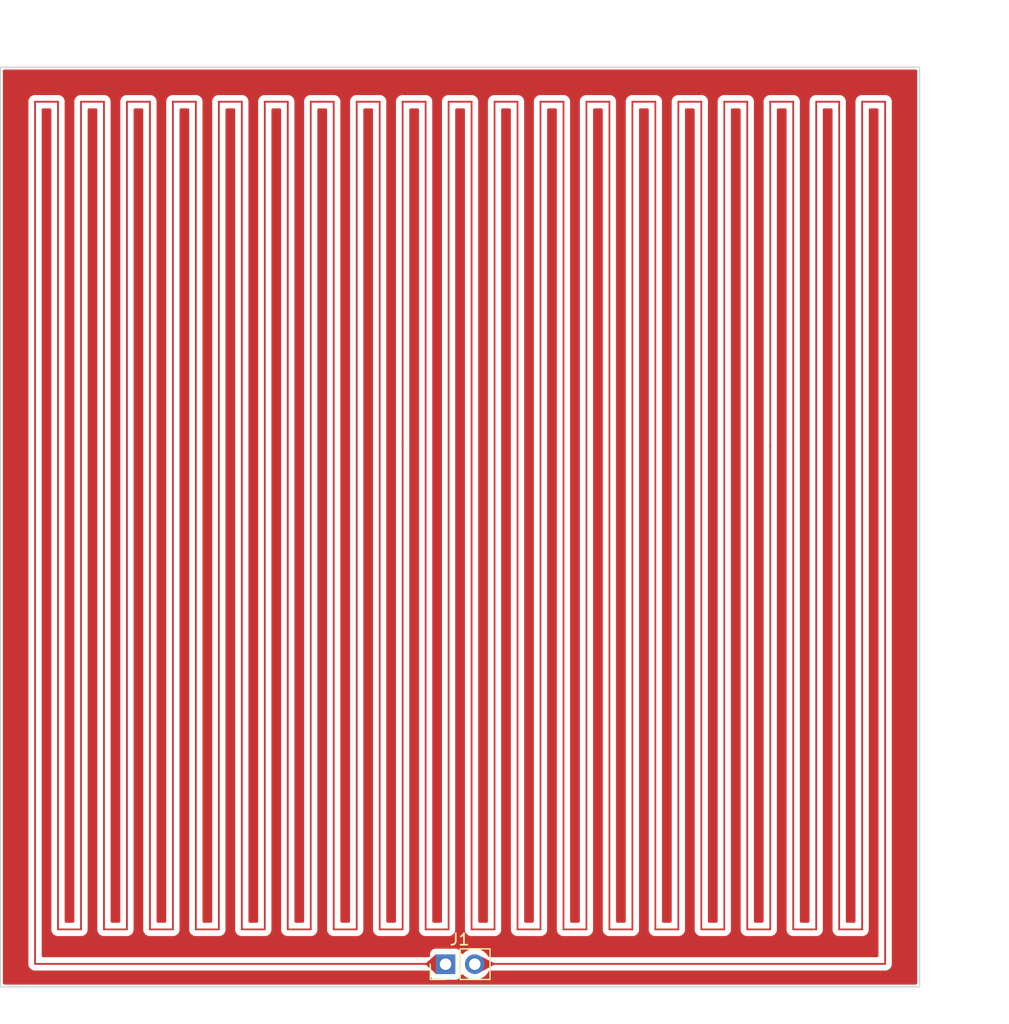
<source format=kicad_pcb>
(kicad_pcb (version 20221018) (generator pcbnew)
  (title_block (title "Reflow Plate Heatbed 80x80 mm") (date "2023-03-19") (rev "v1.0.0") (company "I. Kajdan"))
  (layers (0 "F.Cu" signal) (31 "B.Cu" signal) (37 "F.SilkS" user "F.Silkscreen") (44 "Edge.Cuts" user))
  (net 0 "")
  (net 1 "Net-(J1-Pin_1)")
  (footprint "Connector_PinHeader_2.54mm:PinHeader_1x02_P2.54mm_Vertical" (layer "F.Cu") (at 145.735 146.025 90)
    (fp_text reference "J1" (at 2.15 1.22) (layer "F.SilkS"))
    (fp_text value "PWR")
    (fp_line (start -1.33 -1.33) (end 0 -1.33) (stroke (width 0.12)) (layer "F.SilkS"))
    (fp_line (start -1.33 0) (end -1.33 -1.33) (stroke (width 0.12)) (layer "F.SilkS"))
    (fp_line (start -1.33 1.27) (end -1.33 3.87) (stroke (width 0.12)) (layer "F.SilkS"))
    (fp_line (start -1.33 1.27) (end 1.33 1.27) (stroke (width 0.12)) (layer "F.SilkS"))
    (fp_line (start -1.33 3.87) (end 1.33 3.87) (stroke (width 0.12)) (layer "F.SilkS"))
    (fp_line (start 1.33 1.27) (end 1.33 3.87) (stroke (width 0.12)) (layer "F.SilkS"))
    (pad "1" thru_hole rect (at 0 0 90) (size 1.7 1.7) (drill 1) (layers "*.Cu" "*.Mask") (net 1 "Net-(J1-Pin_1)"))
    (pad "2" thru_hole oval (at 0 2.54 90) (size 1.7 1.7) (drill 1) (layers "*.Cu" "*.Mask") (net 1 "Net-(J1-Pin_1)"))
  )
  (gr_line (start 187 148) (end 107 148) (stroke (width 0.1)) (layer "Edge.Cuts"))
  (gr_line (start 107 148) (end 107 68) (stroke (width 0.1)) (layer "Edge.Cuts"))
  (gr_line (start 107 68) (end 187 68) (stroke (width 0.1)) (layer "Edge.Cuts"))
  (gr_line (start 187 68) (end 187 148) (stroke (width 0.1)) (layer "Edge.Cuts"))
  (segment (start 144 71) (end 144 143) (width 0.154) (layer "F.Cu") (net 1))
  (segment (start 136 71) (end 136 143) (width 0.154) (layer "F.Cu") (net 1))
  (segment (start 126 71) (end 128 71) (width 0.154) (layer "F.Cu") (net 1))
  (segment (start 168 71) (end 168 143) (width 0.154) (layer "F.Cu") (net 1))
  (segment (start 128 143) (end 130 143) (width 0.154) (layer "F.Cu") (net 1))
  (segment (start 180 143) (end 182 143) (width 0.154) (layer "F.Cu") (net 1))
  (segment (start 114 143) (end 114 71) (width 0.154) (layer "F.Cu") (net 1))
  (segment (start 118 143) (end 118 71) (width 0.154) (layer "F.Cu") (net 1))
  (segment (start 112 143) (end 114 143) (width 0.154) (layer "F.Cu") (net 1))
  (segment (start 130 143) (end 130 71) (width 0.154) (layer "F.Cu") (net 1))
  (segment (start 150 71) (end 152 71) (width 0.154) (layer "F.Cu") (net 1))
  (segment (start 152 143) (end 154 143) (width 0.154) (layer "F.Cu") (net 1))
  (segment (start 146 143) (end 146 71) (width 0.154) (layer "F.Cu") (net 1))
  (segment (start 176 143) (end 178 143) (width 0.154) (layer "F.Cu") (net 1))
  (segment (start 184 71) (end 184 146) (width 0.154) (layer "F.Cu") (net 1))
  (segment (start 124 143) (end 126 143) (width 0.154) (layer "F.Cu") (net 1))
  (segment (start 110 71) (end 112 71) (width 0.154) (layer "F.Cu") (net 1))
  (segment (start 138 143) (end 138 71) (width 0.154) (layer "F.Cu") (net 1))
  (segment (start 124 71) (end 124 143) (width 0.154) (layer "F.Cu") (net 1))
  (segment (start 182 71) (end 184 71) (width 0.154) (layer "F.Cu") (net 1))
  (segment (start 148.3 146) (end 148.275 146.025) (width 0.154) (layer "F.Cu") (net 1))
  (segment (start 172 143) (end 174 143) (width 0.154) (layer "F.Cu") (net 1))
  (segment (start 132 71) (end 132 143) (width 0.154) (layer "F.Cu") (net 1))
  (segment (start 120 143) (end 122 143) (width 0.154) (layer "F.Cu") (net 1))
  (segment (start 182 143) (end 182 71) (width 0.154) (layer "F.Cu") (net 1))
  (segment (start 140 71) (end 140 143) (width 0.154) (layer "F.Cu") (net 1))
  (segment (start 142 71) (end 144 71) (width 0.154) (layer "F.Cu") (net 1))
  (segment (start 122 71) (end 124 71) (width 0.154) (layer "F.Cu") (net 1))
  (segment (start 132 143) (end 134 143) (width 0.154) (layer "F.Cu") (net 1))
  (segment (start 128 71) (end 128 143) (width 0.154) (layer "F.Cu") (net 1))
  (segment (start 170 71) (end 172 71) (width 0.154) (layer "F.Cu") (net 1))
  (segment (start 184 146) (end 148.3 146) (width 0.154) (layer "F.Cu") (net 1))
  (segment (start 145.735 146.025) (end 145.71 146) (width 0.154) (layer "F.Cu") (net 1))
  (segment (start 116 71) (end 116 143) (width 0.154) (layer "F.Cu") (net 1))
  (segment (start 130 71) (end 132 71) (width 0.154) (layer "F.Cu") (net 1))
  (segment (start 158 143) (end 158 71) (width 0.154) (layer "F.Cu") (net 1))
  (segment (start 148 71) (end 148 143) (width 0.154) (layer "F.Cu") (net 1))
  (segment (start 158 71) (end 160 71) (width 0.154) (layer "F.Cu") (net 1))
  (segment (start 134 143) (end 134 71) (width 0.154) (layer "F.Cu") (net 1))
  (segment (start 122 143) (end 122 71) (width 0.154) (layer "F.Cu") (net 1))
  (segment (start 172 71) (end 172 143) (width 0.154) (layer "F.Cu") (net 1))
  (segment (start 166 71) (end 168 71) (width 0.154) (layer "F.Cu") (net 1))
  (segment (start 144 143) (end 146 143) (width 0.154) (layer "F.Cu") (net 1))
  (segment (start 176 71) (end 176 143) (width 0.154) (layer "F.Cu") (net 1))
  (segment (start 112 71) (end 112 143) (width 0.154) (layer "F.Cu") (net 1))
  (segment (start 168 143) (end 170 143) (width 0.154) (layer "F.Cu") (net 1))
  (segment (start 178 143) (end 178 71) (width 0.154) (layer "F.Cu") (net 1))
  (segment (start 138 71) (end 140 71) (width 0.154) (layer "F.Cu") (net 1))
  (segment (start 180 71) (end 180 143) (width 0.154) (layer "F.Cu") (net 1))
  (segment (start 170 143) (end 170 71) (width 0.154) (layer "F.Cu") (net 1))
  (segment (start 154 143) (end 154 71) (width 0.154) (layer "F.Cu") (net 1))
  (segment (start 174 101) (end 174 71) (width 0.154) (layer "F.Cu") (net 1))
  (segment (start 164 143) (end 166 143) (width 0.154) (layer "F.Cu") (net 1))
  (segment (start 114 71) (end 116 71) (width 0.154) (layer "F.Cu") (net 1))
  (segment (start 145.71 146) (end 110 146) (width 0.154) (layer "F.Cu") (net 1))
  (segment (start 164 71) (end 164 143) (width 0.154) (layer "F.Cu") (net 1))
  (segment (start 118 71) (end 120 71) (width 0.154) (layer "F.Cu") (net 1))
  (segment (start 174 71) (end 176 71) (width 0.154) (layer "F.Cu") (net 1))
  (segment (start 178 71) (end 180 71) (width 0.154) (layer "F.Cu") (net 1))
  (segment (start 162 143) (end 162 71) (width 0.154) (layer "F.Cu") (net 1))
  (segment (start 140 143) (end 142 143) (width 0.154) (layer "F.Cu") (net 1))
  (segment (start 120 71) (end 120 143) (width 0.154) (layer "F.Cu") (net 1))
  (segment (start 136 143) (end 138 143) (width 0.154) (layer "F.Cu") (net 1))
  (segment (start 166 143) (end 166 71) (width 0.154) (layer "F.Cu") (net 1))
  (segment (start 156 143) (end 158 143) (width 0.154) (layer "F.Cu") (net 1))
  (segment (start 148 143) (end 150 143) (width 0.154) (layer "F.Cu") (net 1))
  (segment (start 150 143) (end 150 71) (width 0.154) (layer "F.Cu") (net 1))
  (segment (start 174 143) (end 174 100.846782) (width 0.154) (layer "F.Cu") (net 1))
  (segment (start 152 71) (end 152 143) (width 0.154) (layer "F.Cu") (net 1))
  (segment (start 126 143) (end 126 71) (width 0.154) (layer "F.Cu") (net 1))
  (segment (start 142 101) (end 142 71) (width 0.154) (layer "F.Cu") (net 1))
  (segment (start 110 146) (end 110 71) (width 0.154) (layer "F.Cu") (net 1))
  (segment (start 160 143) (end 162 143) (width 0.154) (layer "F.Cu") (net 1))
  (segment (start 160 71) (end 160 143) (width 0.154) (layer "F.Cu") (net 1))
  (segment (start 142 143) (end 142 100.846782) (width 0.154) (layer "F.Cu") (net 1))
  (segment (start 156 71) (end 156 143) (width 0.154) (layer "F.Cu") (net 1))
  (segment (start 116 143) (end 118 143) (width 0.154) (layer "F.Cu") (net 1))
  (segment (start 154 71) (end 156 71) (width 0.154) (layer "F.Cu") (net 1))
  (segment (start 134 71) (end 136 71) (width 0.154) (layer "F.Cu") (net 1))
  (segment (start 162 71) (end 164 71) (width 0.154) (layer "F.Cu") (net 1))
  (segment (start 146 71) (end 148 71) (width 0.154) (layer "F.Cu") (net 1))
  (zone (net 0) (net_name "") (layer "F.Cu") (connect_pads (clearance 0.5)) (min_thickness 0.25) (fill yes (thermal_gap 0.5) (thermal_bridge_width 0.5) (island_removal_mode 1) (island_area_min 10))
    (polygon (pts (xy 107 68) (xy 187 68) (xy 187 148) (xy 107 148)))
  )
)
</source>
